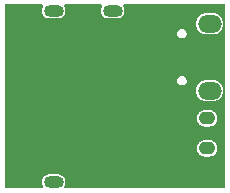
<source format=gbr>
%TF.GenerationSoftware,Altium Limited,Altium Designer,20.1.8 (145)*%
G04 Layer_Physical_Order=1*
G04 Layer_Color=255*
%FSLAX45Y45*%
%MOMM*%
%TF.SameCoordinates,B8344769-4606-4218-AAAC-353AEC7BCCEF*%
%TF.FilePolarity,Positive*%
%TF.FileFunction,Copper,L1,Top,Signal*%
%TF.Part,Single*%
G01*
G75*
%TA.AperFunction,ComponentPad*%
G04:AMPARAMS|DCode=10|XSize=1.1mm|YSize=1.4mm|CornerRadius=0.55mm|HoleSize=0mm|Usage=FLASHONLY|Rotation=270.000|XOffset=0mm|YOffset=0mm|HoleType=Round|Shape=RoundedRectangle|*
%AMROUNDEDRECTD10*
21,1,1.10000,0.30000,0,0,270.0*
21,1,0.00000,1.40000,0,0,270.0*
1,1,1.10000,-0.15000,0.00000*
1,1,1.10000,-0.15000,0.00000*
1,1,1.10000,0.15000,0.00000*
1,1,1.10000,0.15000,0.00000*
%
%ADD10ROUNDEDRECTD10*%
%ADD11O,1.70000X1.00000*%
%ADD12O,2.25000X3.75000*%
G04:AMPARAMS|DCode=13|XSize=2.25mm|YSize=3.75mm|CornerRadius=1.125mm|HoleSize=0mm|Usage=FLASHONLY|Rotation=180.000|XOffset=0mm|YOffset=0mm|HoleType=Round|Shape=RoundedRectangle|*
%AMROUNDEDRECTD13*
21,1,2.25000,1.50000,0,0,180.0*
21,1,0.00000,3.75000,0,0,180.0*
1,1,2.25000,0.00000,0.75000*
1,1,2.25000,0.00000,0.75000*
1,1,2.25000,0.00000,-0.75000*
1,1,2.25000,0.00000,-0.75000*
%
%ADD13ROUNDEDRECTD13*%
%ADD14O,2.00000X1.50000*%
%TA.AperFunction,ViaPad*%
%ADD15C,0.80000*%
G36*
X1879609Y20391D02*
X520829D01*
X513803Y35631D01*
X514984Y37014D01*
X520350Y45770D01*
X524280Y55257D01*
X526677Y65242D01*
X527483Y75479D01*
X526677Y85717D01*
X524280Y95702D01*
X520350Y105189D01*
X514984Y113945D01*
X508315Y121754D01*
X500507Y128423D01*
X491751Y133788D01*
X482264Y137718D01*
X472278Y140115D01*
X462041Y140921D01*
X392041D01*
X381804Y140115D01*
X371819Y137718D01*
X362332Y133788D01*
X353576Y128423D01*
X345767Y121754D01*
X339098Y113945D01*
X333733Y105189D01*
X329803Y95702D01*
X327405Y85717D01*
X326600Y75479D01*
X327405Y65242D01*
X329803Y55257D01*
X333733Y45770D01*
X339098Y37014D01*
X340279Y35631D01*
X333253Y20391D01*
X20391D01*
Y1579609D01*
X332434D01*
X339461Y1564369D01*
X339098Y1563945D01*
X333733Y1555189D01*
X329803Y1545702D01*
X327405Y1535717D01*
X326600Y1525480D01*
X327405Y1515242D01*
X329803Y1505257D01*
X333733Y1495770D01*
X339098Y1487014D01*
X345767Y1479205D01*
X353576Y1472536D01*
X362332Y1467171D01*
X371819Y1463241D01*
X381804Y1460844D01*
X392041Y1460038D01*
X462041D01*
X472278Y1460844D01*
X482264Y1463241D01*
X491751Y1467171D01*
X500507Y1472536D01*
X508315Y1479205D01*
X514984Y1487014D01*
X520350Y1495770D01*
X524280Y1505257D01*
X526677Y1515242D01*
X527483Y1525480D01*
X526677Y1535717D01*
X524280Y1545702D01*
X520350Y1555189D01*
X514984Y1563945D01*
X514622Y1564369D01*
X521648Y1579609D01*
X832434D01*
X839461Y1564369D01*
X839098Y1563945D01*
X833733Y1555189D01*
X829803Y1545702D01*
X827406Y1535717D01*
X826600Y1525480D01*
X827406Y1515242D01*
X829803Y1505257D01*
X833733Y1495770D01*
X839098Y1487014D01*
X845767Y1479205D01*
X853576Y1472536D01*
X862332Y1467171D01*
X871819Y1463241D01*
X881804Y1460844D01*
X892041Y1460038D01*
X962041D01*
X972278Y1460844D01*
X982264Y1463241D01*
X991751Y1467171D01*
X1000507Y1472536D01*
X1008315Y1479205D01*
X1014985Y1487014D01*
X1020350Y1495770D01*
X1024280Y1505257D01*
X1026677Y1515242D01*
X1027483Y1525480D01*
X1026677Y1535717D01*
X1024280Y1545702D01*
X1020350Y1555189D01*
X1014985Y1563945D01*
X1014622Y1564369D01*
X1021648Y1579609D01*
X1879609D01*
Y20391D01*
D02*
G37*
%LPC*%
G36*
X1773775Y1505456D02*
X1723774D01*
X1711970Y1504682D01*
X1700368Y1502374D01*
X1689167Y1498572D01*
X1678557Y1493340D01*
X1668722Y1486768D01*
X1659828Y1478968D01*
X1652029Y1470075D01*
X1645457Y1460239D01*
X1640225Y1449630D01*
X1636422Y1438428D01*
X1634115Y1426826D01*
X1633341Y1415022D01*
X1634115Y1403218D01*
X1636422Y1391616D01*
X1640225Y1380415D01*
X1645457Y1369806D01*
X1652029Y1359970D01*
X1659828Y1351076D01*
X1668722Y1343277D01*
X1678557Y1336705D01*
X1689167Y1331473D01*
X1700368Y1327670D01*
X1711970Y1325363D01*
X1723774Y1324589D01*
X1773775D01*
X1785579Y1325363D01*
X1797181Y1327670D01*
X1808382Y1331473D01*
X1818992Y1336705D01*
X1828827Y1343277D01*
X1837721Y1351076D01*
X1845520Y1359970D01*
X1852092Y1369806D01*
X1857324Y1380415D01*
X1861127Y1391616D01*
X1863434Y1403218D01*
X1864208Y1415022D01*
X1863434Y1426826D01*
X1861127Y1438428D01*
X1857324Y1449630D01*
X1852092Y1460239D01*
X1845520Y1470075D01*
X1837721Y1478968D01*
X1828827Y1486768D01*
X1818992Y1493340D01*
X1808382Y1498572D01*
X1797181Y1502374D01*
X1785579Y1504682D01*
X1773775Y1505456D01*
D02*
G37*
G36*
X1513774Y1372457D02*
X1505886Y1371680D01*
X1498301Y1369379D01*
X1491310Y1365643D01*
X1485183Y1360614D01*
X1480154Y1354487D01*
X1476418Y1347496D01*
X1474117Y1339911D01*
X1473340Y1332022D01*
X1474117Y1324134D01*
X1476418Y1316549D01*
X1480154Y1309558D01*
X1485183Y1303431D01*
X1491310Y1298402D01*
X1498301Y1294666D01*
X1505886Y1292365D01*
X1513774Y1291588D01*
X1521663Y1292365D01*
X1529248Y1294666D01*
X1536239Y1298402D01*
X1542366Y1303431D01*
X1547395Y1309558D01*
X1551131Y1316549D01*
X1553432Y1324134D01*
X1554209Y1332022D01*
X1553432Y1339911D01*
X1551131Y1347496D01*
X1547395Y1354487D01*
X1542366Y1360614D01*
X1536239Y1365643D01*
X1529248Y1369379D01*
X1521663Y1371680D01*
X1513774Y1372457D01*
D02*
G37*
G36*
Y972457D02*
X1505886Y971680D01*
X1498301Y969379D01*
X1491310Y965642D01*
X1485183Y960614D01*
X1480154Y954487D01*
X1476418Y947496D01*
X1474117Y939911D01*
X1473340Y932022D01*
X1474117Y924134D01*
X1476418Y916549D01*
X1480154Y909558D01*
X1485183Y903431D01*
X1491310Y898402D01*
X1498301Y894665D01*
X1505886Y892364D01*
X1513774Y891587D01*
X1521663Y892364D01*
X1529248Y894665D01*
X1536239Y898402D01*
X1542366Y903431D01*
X1547395Y909558D01*
X1551131Y916549D01*
X1553432Y924134D01*
X1554209Y932022D01*
X1553432Y939911D01*
X1551131Y947496D01*
X1547395Y954487D01*
X1542366Y960614D01*
X1536239Y965642D01*
X1529248Y969379D01*
X1521663Y971680D01*
X1513774Y972457D01*
D02*
G37*
G36*
X1773775Y939456D02*
X1723774D01*
X1711970Y938682D01*
X1700368Y936374D01*
X1689167Y932572D01*
X1678557Y927340D01*
X1668722Y920768D01*
X1659828Y912968D01*
X1652029Y904075D01*
X1645457Y894239D01*
X1640225Y883630D01*
X1636422Y872428D01*
X1634115Y860826D01*
X1633341Y849022D01*
X1634115Y837219D01*
X1636422Y825617D01*
X1640225Y814415D01*
X1645457Y803806D01*
X1652029Y793970D01*
X1659828Y785076D01*
X1668722Y777277D01*
X1678557Y770705D01*
X1689167Y765473D01*
X1700368Y761671D01*
X1711970Y759363D01*
X1723774Y758589D01*
X1773775D01*
X1785579Y759363D01*
X1797181Y761671D01*
X1808382Y765473D01*
X1818992Y770705D01*
X1828827Y777277D01*
X1837721Y785076D01*
X1845520Y793970D01*
X1852092Y803806D01*
X1857324Y814415D01*
X1861127Y825617D01*
X1863434Y837219D01*
X1864208Y849022D01*
X1863434Y860826D01*
X1861127Y872428D01*
X1857324Y883630D01*
X1852092Y894239D01*
X1845520Y904075D01*
X1837721Y912968D01*
X1828827Y920768D01*
X1818992Y927340D01*
X1808382Y932572D01*
X1797181Y936374D01*
X1785579Y938682D01*
X1773775Y939456D01*
D02*
G37*
G36*
X1742423Y684553D02*
X1712423D01*
X1701401Y683685D01*
X1690650Y681105D01*
X1680436Y676873D01*
X1671009Y671097D01*
X1662602Y663916D01*
X1655422Y655509D01*
X1649645Y646083D01*
X1645414Y635868D01*
X1642833Y625118D01*
X1641966Y614096D01*
X1642833Y603074D01*
X1645414Y592323D01*
X1649645Y582109D01*
X1655422Y572682D01*
X1662602Y564275D01*
X1671009Y557095D01*
X1680436Y551318D01*
X1690650Y547087D01*
X1701401Y544506D01*
X1712423Y543639D01*
X1742423D01*
X1753445Y544506D01*
X1764195Y547087D01*
X1774409Y551318D01*
X1783836Y557095D01*
X1792243Y564275D01*
X1799424Y572682D01*
X1805200Y582109D01*
X1809431Y592323D01*
X1812012Y603074D01*
X1812880Y614096D01*
X1812012Y625118D01*
X1809431Y635868D01*
X1805200Y646083D01*
X1799424Y655509D01*
X1792243Y663916D01*
X1783836Y671097D01*
X1774409Y676873D01*
X1764195Y681105D01*
X1753445Y683685D01*
X1742423Y684553D01*
D02*
G37*
G36*
Y430553D02*
X1712423D01*
X1701401Y429685D01*
X1690650Y427105D01*
X1680436Y422873D01*
X1671009Y417097D01*
X1662602Y409916D01*
X1655422Y401509D01*
X1649645Y392083D01*
X1645414Y381868D01*
X1642833Y371118D01*
X1641966Y360096D01*
X1642833Y349074D01*
X1645414Y338323D01*
X1649645Y328109D01*
X1655422Y318682D01*
X1662602Y310275D01*
X1671009Y303095D01*
X1680436Y297318D01*
X1690650Y293087D01*
X1701401Y290506D01*
X1712423Y289639D01*
X1742423D01*
X1753445Y290506D01*
X1764195Y293087D01*
X1774409Y297318D01*
X1783836Y303095D01*
X1792243Y310275D01*
X1799424Y318682D01*
X1805200Y328109D01*
X1809431Y338323D01*
X1812012Y349074D01*
X1812880Y360096D01*
X1812012Y371118D01*
X1809431Y381868D01*
X1805200Y392083D01*
X1799424Y401509D01*
X1792243Y409916D01*
X1783836Y417097D01*
X1774409Y422873D01*
X1764195Y427105D01*
X1753445Y429685D01*
X1742423Y430553D01*
D02*
G37*
%LPD*%
D10*
X1727423Y106096D02*
D03*
Y614096D02*
D03*
Y360096D02*
D03*
D11*
X927041Y1525480D02*
D03*
X427041D02*
D03*
X677041D02*
D03*
X927041Y75479D02*
D03*
X427041D02*
D03*
D12*
X139541Y775480D02*
D03*
D13*
X1214541D02*
D03*
D14*
X1748775Y1415022D02*
D03*
Y849022D02*
D03*
D15*
X1275479Y1348803D02*
D03*
X1146303Y1278278D02*
D03*
X1271240Y1063906D02*
D03*
X983113Y1300060D02*
D03*
X671937Y205096D02*
D03*
X649674Y628566D02*
D03*
X347278Y1377199D02*
D03*
X155797Y1084233D02*
D03*
X787279Y1061674D02*
D03*
X992051D02*
D03*
X977785Y745520D02*
D03*
X753291Y753573D02*
D03*
Y926998D02*
D03*
X523099Y890166D02*
D03*
X1345114Y1002022D02*
D03*
X1626195D02*
D03*
%TF.MD5,1e1116c7c7bbcbb6d55c610103cdc3a2*%
M02*

</source>
